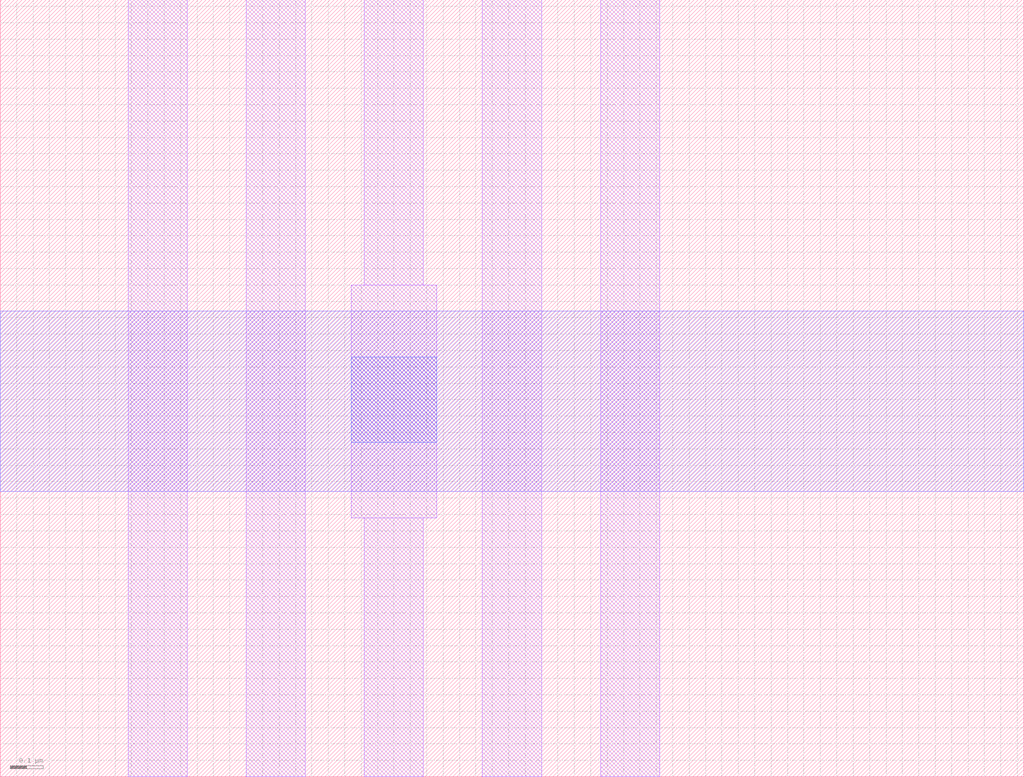
<source format=lef>
# Copyright 2020 The SkyWater PDK Authors
#
# Licensed under the Apache License, Version 2.0 (the "License");
# you may not use this file except in compliance with the License.
# You may obtain a copy of the License at
#
#     https://www.apache.org/licenses/LICENSE-2.0
#
# Unless required by applicable law or agreed to in writing, software
# distributed under the License is distributed on an "AS IS" BASIS,
# WITHOUT WARRANTIES OR CONDITIONS OF ANY KIND, either express or implied.
# See the License for the specific language governing permissions and
# limitations under the License.
#
# SPDX-License-Identifier: Apache-2.0

VERSION 5.7 ;
  NOWIREEXTENSIONATPIN ON ;
  DIVIDERCHAR "/" ;
  BUSBITCHARS "[]" ;
MACRO sky130_fd_bd_sram__openram_cell_1rw_1r_cap_col
  CLASS BLOCK ;
  FOREIGN sky130_fd_bd_sram__openram_cell_1rw_1r_cap_col ;
  ORIGIN  0.000000  0.000000 ;
  SIZE  3.120000 BY  2.370000 ;
  OBS
    LAYER met1 ;
      RECT 0.390000 0.000000 0.570000 2.370000 ;
      RECT 0.750000 0.000000 0.930000 2.370000 ;
      RECT 1.070000 0.790000 1.330000 1.500000 ;
      RECT 1.110000 0.000000 1.290000 0.790000 ;
      RECT 1.110000 1.500000 1.290000 2.370000 ;
      RECT 1.470000 0.000000 1.650000 2.370000 ;
      RECT 1.830000 0.000000 2.010000 2.370000 ;
    LAYER met2 ;
      RECT 0.000000 0.870000 3.120000 1.420000 ;
    LAYER via ;
      RECT 1.070000 1.020000 1.330000 1.280000 ;
  END
END sky130_fd_bd_sram__openram_cell_1rw_1r_cap_col
END LIBRARY

</source>
